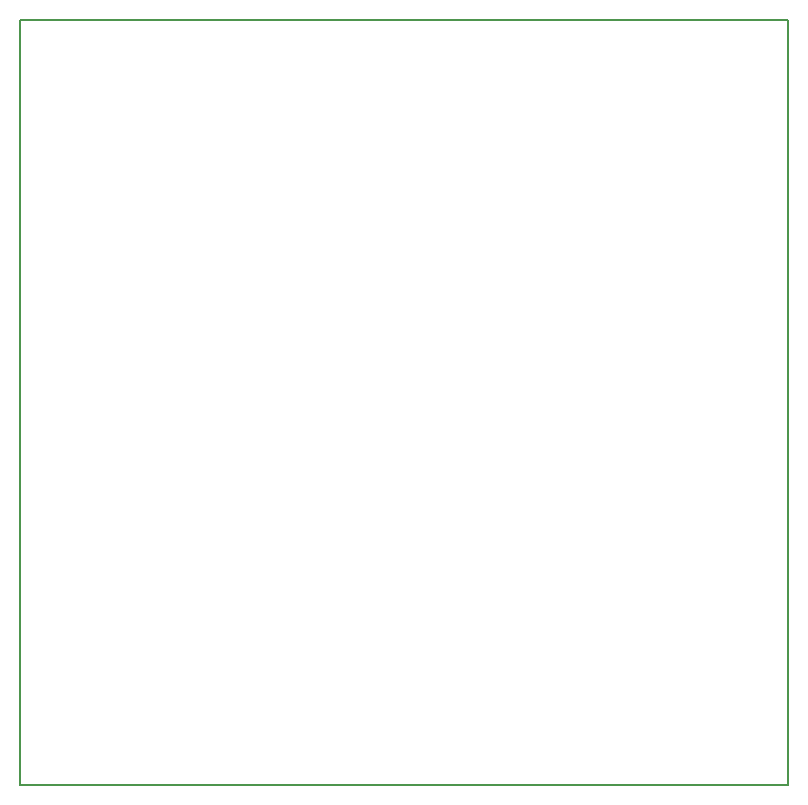
<source format=gbr>
G04 #@! TF.FileFunction,Profile,NP*
%FSLAX46Y46*%
G04 Gerber Fmt 4.6, Leading zero omitted, Abs format (unit mm)*
G04 Created by KiCad (PCBNEW 4.0.7) date 06/28/18 11:13:41*
%MOMM*%
%LPD*%
G01*
G04 APERTURE LIST*
%ADD10C,0.100000*%
%ADD11C,0.150000*%
G04 APERTURE END LIST*
D10*
D11*
X192532000Y-117856000D02*
X192532000Y-53086000D01*
X127508000Y-117856000D02*
X192532000Y-117856000D01*
X127508000Y-53086000D02*
X127508000Y-117856000D01*
X192532000Y-53086000D02*
X127508000Y-53086000D01*
M02*

</source>
